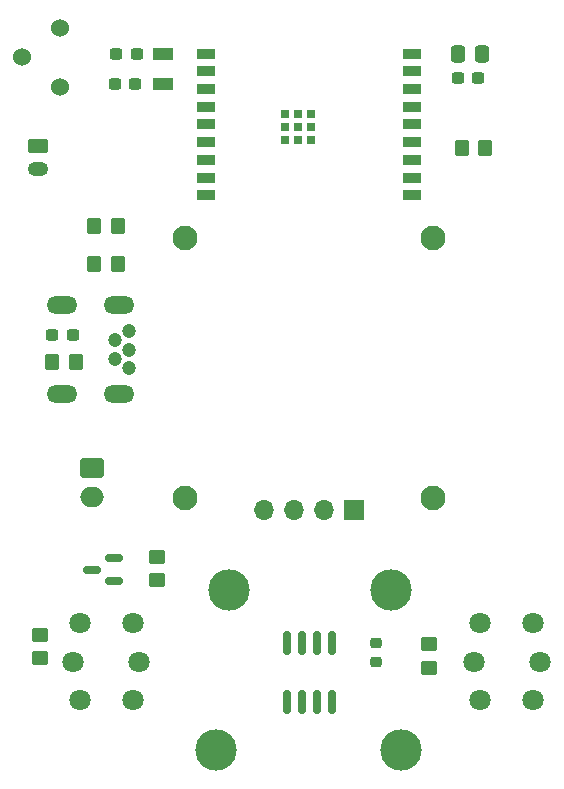
<source format=gbr>
%TF.GenerationSoftware,KiCad,Pcbnew,7.0.5*%
%TF.CreationDate,2023-08-24T21:12:11+09:00*%
%TF.ProjectId,templogger,74656d70-6c6f-4676-9765-722e6b696361,rev?*%
%TF.SameCoordinates,Original*%
%TF.FileFunction,Soldermask,Bot*%
%TF.FilePolarity,Negative*%
%FSLAX46Y46*%
G04 Gerber Fmt 4.6, Leading zero omitted, Abs format (unit mm)*
G04 Created by KiCad (PCBNEW 7.0.5) date 2023-08-24 21:12:11*
%MOMM*%
%LPD*%
G01*
G04 APERTURE LIST*
G04 Aperture macros list*
%AMRoundRect*
0 Rectangle with rounded corners*
0 $1 Rounding radius*
0 $2 $3 $4 $5 $6 $7 $8 $9 X,Y pos of 4 corners*
0 Add a 4 corners polygon primitive as box body*
4,1,4,$2,$3,$4,$5,$6,$7,$8,$9,$2,$3,0*
0 Add four circle primitives for the rounded corners*
1,1,$1+$1,$2,$3*
1,1,$1+$1,$4,$5*
1,1,$1+$1,$6,$7*
1,1,$1+$1,$8,$9*
0 Add four rect primitives between the rounded corners*
20,1,$1+$1,$2,$3,$4,$5,0*
20,1,$1+$1,$4,$5,$6,$7,0*
20,1,$1+$1,$6,$7,$8,$9,0*
20,1,$1+$1,$8,$9,$2,$3,0*%
G04 Aperture macros list end*
%ADD10C,2.100000*%
%ADD11R,1.700000X1.700000*%
%ADD12O,1.700000X1.700000*%
%ADD13C,1.200000*%
%ADD14O,2.600000X1.500000*%
%ADD15C,3.500000*%
%ADD16C,1.800000*%
%ADD17C,1.524000*%
%ADD18RoundRect,0.250000X0.450000X-0.350000X0.450000X0.350000X-0.450000X0.350000X-0.450000X-0.350000X0*%
%ADD19RoundRect,0.250000X0.350000X0.450000X-0.350000X0.450000X-0.350000X-0.450000X0.350000X-0.450000X0*%
%ADD20RoundRect,0.237500X0.300000X0.237500X-0.300000X0.237500X-0.300000X-0.237500X0.300000X-0.237500X0*%
%ADD21RoundRect,0.150000X-0.150000X0.825000X-0.150000X-0.825000X0.150000X-0.825000X0.150000X0.825000X0*%
%ADD22R,1.800000X1.000000*%
%ADD23RoundRect,0.250000X-0.350000X-0.450000X0.350000X-0.450000X0.350000X0.450000X-0.350000X0.450000X0*%
%ADD24RoundRect,0.250000X-0.625000X0.350000X-0.625000X-0.350000X0.625000X-0.350000X0.625000X0.350000X0*%
%ADD25O,1.750000X1.200000*%
%ADD26RoundRect,0.150000X0.587500X0.150000X-0.587500X0.150000X-0.587500X-0.150000X0.587500X-0.150000X0*%
%ADD27RoundRect,0.225000X-0.250000X0.225000X-0.250000X-0.225000X0.250000X-0.225000X0.250000X0.225000X0*%
%ADD28RoundRect,0.250000X-0.337500X-0.475000X0.337500X-0.475000X0.337500X0.475000X-0.337500X0.475000X0*%
%ADD29RoundRect,0.250000X-0.450000X0.350000X-0.450000X-0.350000X0.450000X-0.350000X0.450000X0.350000X0*%
%ADD30RoundRect,0.250000X-0.750000X0.600000X-0.750000X-0.600000X0.750000X-0.600000X0.750000X0.600000X0*%
%ADD31O,2.000000X1.700000*%
%ADD32RoundRect,0.237500X-0.300000X-0.237500X0.300000X-0.237500X0.300000X0.237500X-0.300000X0.237500X0*%
%ADD33R,1.498600X0.889000*%
%ADD34R,0.711200X0.711200*%
G04 APERTURE END LIST*
D10*
%TO.C,U105*%
X122500000Y-94300000D03*
X122500000Y-72300000D03*
X101500000Y-94300000D03*
X101500000Y-72300000D03*
D11*
X115810000Y-95330000D03*
D12*
X113270000Y-95330000D03*
X110730000Y-95330000D03*
X108190000Y-95330000D03*
%TD*%
D13*
%TO.C,J103*%
X96750000Y-80160000D03*
X95550000Y-80960000D03*
X96750000Y-81760000D03*
X95550000Y-82560000D03*
X96750000Y-83360000D03*
D14*
X95850000Y-77960000D03*
X91050000Y-77960000D03*
X95850000Y-85560000D03*
X91050000Y-85560000D03*
%TD*%
D15*
%TO.C,J101*%
X104050000Y-115625000D03*
X119750000Y-115625000D03*
X118900000Y-102125000D03*
X105200000Y-102125000D03*
%TD*%
D16*
%TO.C,SW102*%
X130950000Y-104950000D03*
X130950000Y-111450000D03*
X126450000Y-104950000D03*
X126450000Y-111450000D03*
X125900000Y-108200000D03*
X131500000Y-108200000D03*
%TD*%
D17*
%TO.C,SW105*%
X90900000Y-54500000D03*
X87700000Y-57000000D03*
X90900000Y-59500000D03*
%TD*%
D16*
%TO.C,SW101*%
X97050000Y-104950000D03*
X97050000Y-111450000D03*
X92550000Y-104950000D03*
X92550000Y-111450000D03*
X92000000Y-108200000D03*
X97600000Y-108200000D03*
%TD*%
D18*
%TO.C,R102*%
X122100000Y-108700000D03*
X122100000Y-106700000D03*
%TD*%
D19*
%TO.C,R118*%
X92200000Y-82800000D03*
X90200000Y-82800000D03*
%TD*%
%TO.C,R105*%
X126900000Y-64700000D03*
X124900000Y-64700000D03*
%TD*%
D20*
%TO.C,C109*%
X97262500Y-59300000D03*
X95537500Y-59300000D03*
%TD*%
D21*
%TO.C,U103*%
X110095000Y-106625000D03*
X111365000Y-106625000D03*
X112635000Y-106625000D03*
X113905000Y-106625000D03*
X113905000Y-111575000D03*
X112635000Y-111575000D03*
X111365000Y-111575000D03*
X110095000Y-111575000D03*
%TD*%
D22*
%TO.C,Y102*%
X99600000Y-59250000D03*
X99600000Y-56750000D03*
%TD*%
D23*
%TO.C,R114*%
X93800000Y-74500000D03*
X95800000Y-74500000D03*
%TD*%
D24*
%TO.C,J104*%
X89050000Y-64500000D03*
D25*
X89050000Y-66500000D03*
%TD*%
D20*
%TO.C,C110*%
X97362500Y-56700000D03*
X95637500Y-56700000D03*
%TD*%
D18*
%TO.C,R101*%
X89200000Y-107900000D03*
X89200000Y-105900000D03*
%TD*%
D19*
%TO.C,R113*%
X95800000Y-71300000D03*
X93800000Y-71300000D03*
%TD*%
D26*
%TO.C,Q101*%
X95437500Y-99450000D03*
X95437500Y-101350000D03*
X93562500Y-100400000D03*
%TD*%
D27*
%TO.C,C105*%
X117600000Y-106625000D03*
X117600000Y-108175000D03*
%TD*%
D28*
%TO.C,C107*%
X124562500Y-56700000D03*
X126637500Y-56700000D03*
%TD*%
D29*
%TO.C,R111*%
X99100000Y-99300000D03*
X99100000Y-101300000D03*
%TD*%
D30*
%TO.C,J102*%
X93625000Y-91750000D03*
D31*
X93625000Y-94250000D03*
%TD*%
D32*
%TO.C,C106*%
X124537500Y-58800000D03*
X126262500Y-58800000D03*
%TD*%
D33*
%TO.C,U102*%
X120700000Y-56699998D03*
X120700000Y-58199998D03*
X120700000Y-59700000D03*
X120700000Y-61199999D03*
X120700000Y-62699999D03*
X120700000Y-64199998D03*
X120700000Y-65699998D03*
X120700000Y-67200000D03*
X120700000Y-68700000D03*
X103200000Y-68700000D03*
X103200000Y-67200000D03*
X103200000Y-65699998D03*
X103200000Y-64199998D03*
X103200000Y-62699999D03*
X103200000Y-61199999D03*
X103200000Y-59700000D03*
X103200000Y-58199998D03*
X103200000Y-56699998D03*
D34*
X112094198Y-61799975D03*
X110994198Y-61799975D03*
X109894198Y-61799975D03*
X112094300Y-62899973D03*
X110994300Y-62899973D03*
X109894299Y-62899973D03*
X112094198Y-63999971D03*
X110994198Y-63999971D03*
X109894198Y-63999971D03*
%TD*%
D20*
%TO.C,C111*%
X91962500Y-80500000D03*
X90237500Y-80500000D03*
%TD*%
M02*

</source>
